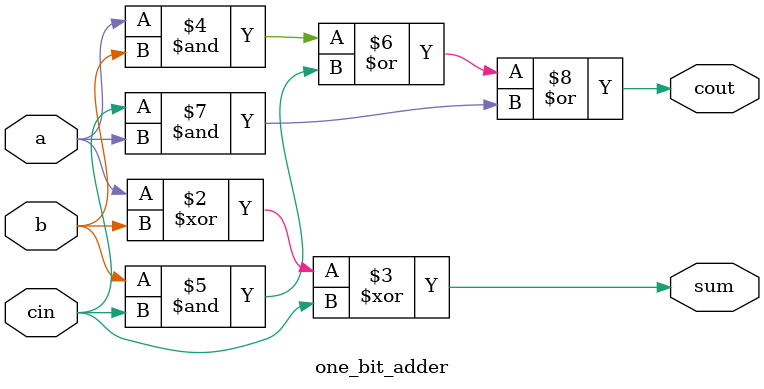
<source format=v>
`default_nettype none
module one_bit_adder(
  			
  			input wire a,
            input wire b,
            input wire cin,
            output reg sum,
            output reg cout);
  
  always@(*) begin
      sum=a ^ b ^ cin;
    cout=(a & b) | (b & cin) | (cin & a);
    
  end
   
  
endmodule
</source>
